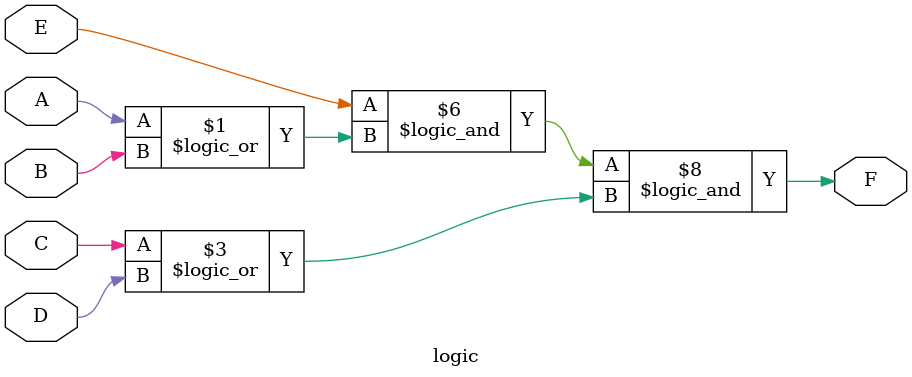
<source format=v>
module logic (A, B, C, D, E, F);
    input A, B, C, D, E;
    output F;
    wire t1, t2;

    assign t1 = ~(A || B);
    assign t2 = ~(C || D);
    assign F = E && (~t1) && (~t2);
endmodule
</source>
